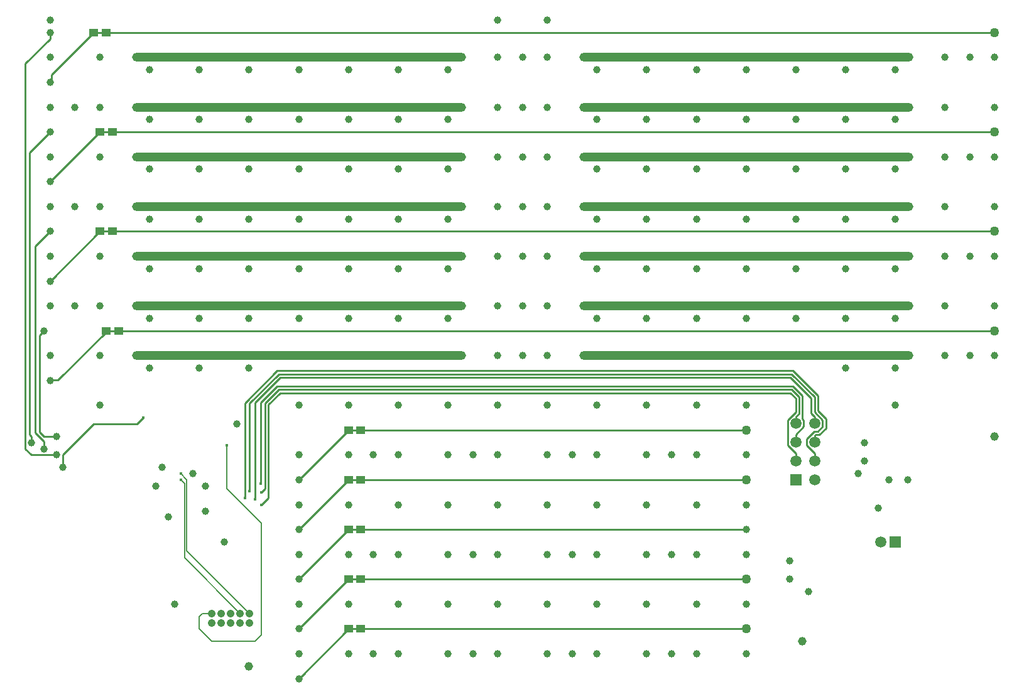
<source format=gbl>
G04*
G04 #@! TF.GenerationSoftware,Altium Limited,Altium Designer,20.1.14 (287)*
G04*
G04 Layer_Physical_Order=4*
G04 Layer_Color=16711680*
%FSLAX25Y25*%
%MOIN*%
G70*
G04*
G04 #@! TF.SameCoordinates,FB09635C-FFB3-414F-8314-2C795C5734A7*
G04*
G04*
G04 #@! TF.FilePolarity,Positive*
G04*
G01*
G75*
%ADD13C,0.01000*%
%ADD16R,0.04528X0.03937*%
%ADD43C,0.00500*%
%ADD46C,0.04134*%
%ADD47R,0.05906X0.05906*%
%ADD48C,0.05906*%
%ADD49O,1.77165X0.04921*%
%ADD50C,0.04535*%
%ADD51R,0.05906X0.05906*%
%ADD52C,0.01772*%
%ADD53C,0.03937*%
%ADD54C,0.05000*%
D13*
X19783Y359400D02*
Y362697D01*
X6594Y346211D02*
X19783Y359400D01*
X11850Y150335D02*
X16486Y145699D01*
Y141781D02*
Y145699D01*
X26378Y138484D02*
X42864Y154971D01*
X26378Y131890D02*
Y138484D01*
X20486Y340319D02*
X42864Y362697D01*
X20486Y337022D02*
Y340319D01*
X19783Y336319D02*
X20486Y337022D01*
X42864Y154971D02*
X65945D01*
X14196Y150667D02*
Y202139D01*
X16486Y148376D02*
X23081D01*
X14196Y150667D02*
X16486Y148376D01*
X11850Y150335D02*
Y249252D01*
X9892Y138484D02*
X23081D01*
X6594Y141781D02*
Y346211D01*
Y141781D02*
X9892Y138484D01*
X9892Y145079D02*
Y148376D01*
X8893Y149374D02*
X9892Y148376D01*
X65945Y154971D02*
X69242Y158268D01*
X125468Y119572D02*
X125573Y119468D01*
X125468Y119572D02*
Y165889D01*
X141036Y181457D01*
X128593Y166468D02*
X141781Y179657D01*
X128593Y115096D02*
Y166468D01*
X131600Y123173D02*
Y166366D01*
X140290Y175057D01*
X133786Y120597D02*
Y166007D01*
X131890Y118701D02*
X133786Y120597D01*
Y166007D02*
X141036Y173257D01*
X135586Y115802D02*
Y165261D01*
X131890Y112106D02*
X135586Y115802D01*
Y165261D02*
X141781Y171457D01*
X123033Y115797D02*
Y166000D01*
X140290Y183257D01*
X427144Y162055D02*
X431397Y157802D01*
Y152788D02*
Y157802D01*
X427852Y149242D02*
X431397Y152788D01*
X425823Y149242D02*
X427852D01*
X425345Y148764D02*
X425823Y149242D01*
X425345Y145295D02*
Y148764D01*
Y161310D02*
X429597Y157057D01*
Y153534D02*
Y157057D01*
X427106Y151042D02*
X429597Y153534D01*
X425077Y151042D02*
X427106D01*
X425345Y135295D02*
Y139281D01*
X421092Y147057D02*
X425077Y151042D01*
X421092Y143534D02*
X425345Y139281D01*
X421092Y143534D02*
Y147057D01*
X423545Y160564D02*
Y168603D01*
X425345Y155295D02*
Y158764D01*
X423545Y160564D02*
X425345Y158764D01*
X418945Y157710D02*
Y170094D01*
Y157710D02*
X419597Y157057D01*
X415344Y149281D02*
X419597Y153534D01*
Y157057D01*
X415344Y145295D02*
Y149281D01*
Y158764D02*
X417144Y160564D01*
X415344Y155295D02*
Y158764D01*
Y161310D02*
Y168603D01*
X411092Y143534D02*
Y157057D01*
X415344Y135295D02*
Y139281D01*
X411092Y143534D02*
X415344Y139281D01*
X411092Y157057D02*
X415344Y161310D01*
X140290Y183257D02*
X413982D01*
X141781Y179657D02*
X412491D01*
X141036Y173257D02*
X413236D01*
X413982Y183257D02*
X427144Y170094D01*
Y162055D02*
Y170094D01*
X141036Y181457D02*
X413236D01*
X425345Y169349D01*
Y161310D02*
Y169349D01*
X412491Y179657D02*
X423545Y168603D01*
X140290Y175057D02*
X413982D01*
X418945Y170094D01*
X413236Y173257D02*
X417144Y169349D01*
Y160564D02*
Y169349D01*
X141781Y171457D02*
X412491D01*
X415344Y168603D01*
X14196Y202139D02*
X16486Y204429D01*
X11850Y249252D02*
X19783Y257185D01*
X8893Y299051D02*
X19783Y309941D01*
X8893Y149374D02*
Y299051D01*
X19945Y178213D02*
X23784D01*
X19783Y178051D02*
X19945Y178213D01*
X23784D02*
X50000Y204429D01*
X178051Y98917D02*
X389075D01*
X151673Y72539D02*
X178051Y98917D01*
Y72539D02*
X389075D01*
X151673Y46161D02*
X178051Y72539D01*
X178051Y46161D02*
X389075D01*
X151673Y19783D02*
X178051Y46161D01*
Y125295D02*
X389075D01*
X151673Y98917D02*
X178051Y125295D01*
X178051Y151673D02*
X389075D01*
X151673Y125295D02*
X178051Y151673D01*
X50000Y204429D02*
X520965D01*
X19783Y230807D02*
X46161Y257185D01*
X520965D01*
X19783Y283563D02*
X46161Y309941D01*
X520965D01*
X42864Y362697D02*
X520965D01*
D16*
X178150Y46161D02*
D03*
X184646D02*
D03*
X178150Y72539D02*
D03*
X184646D02*
D03*
X178150Y98917D02*
D03*
X184646D02*
D03*
X178150Y125295D02*
D03*
X184646D02*
D03*
X178150Y151673D02*
D03*
X184646D02*
D03*
X42963Y362697D02*
D03*
X49459D02*
D03*
X49557Y204429D02*
D03*
X56053D02*
D03*
X46260Y257185D02*
D03*
X52756D02*
D03*
X46260Y309941D02*
D03*
X52756D02*
D03*
D43*
X100620Y54459D02*
X105403D01*
X98917Y52756D02*
X100620Y54459D01*
X98917Y46161D02*
Y52756D01*
Y46161D02*
X105512Y39567D01*
X113427Y120678D02*
X131890Y102215D01*
X113427Y120678D02*
Y143758D01*
X89026Y125295D02*
X91023Y123298D01*
Y83839D02*
Y123298D01*
X92323Y87539D02*
X125403Y54459D01*
X92323Y87539D02*
Y125295D01*
X89026Y128593D02*
X92323Y125295D01*
X131890Y42864D02*
Y102215D01*
X105512Y39567D02*
X128593D01*
X131890Y42864D01*
X91023Y83839D02*
X120404Y54459D01*
D46*
X125403Y49459D02*
D03*
Y54459D02*
D03*
X120404Y49459D02*
D03*
X115403D02*
D03*
X120404Y54459D02*
D03*
X115403D02*
D03*
X110404Y49459D02*
D03*
X105403D02*
D03*
X110404Y54459D02*
D03*
X105403D02*
D03*
D47*
X468209Y92323D02*
D03*
D48*
X460335D02*
D03*
X425345Y155295D02*
D03*
X415344D02*
D03*
X425345Y145295D02*
D03*
X415344D02*
D03*
X425345Y135295D02*
D03*
X415344D02*
D03*
X425345Y125295D02*
D03*
D49*
X151673Y191240D02*
D03*
Y217618D02*
D03*
Y243996D02*
D03*
Y270374D02*
D03*
Y296752D02*
D03*
X389075Y191240D02*
D03*
Y217618D02*
D03*
Y243996D02*
D03*
Y270374D02*
D03*
Y296752D02*
D03*
Y323130D02*
D03*
Y349508D02*
D03*
X151673Y323130D02*
D03*
Y349508D02*
D03*
D50*
X520965Y148376D02*
D03*
X418750Y39567D02*
D03*
X125295Y26378D02*
D03*
D51*
X415344Y125295D02*
D03*
D52*
X131890Y112106D02*
D03*
X113427Y143758D02*
D03*
X89026Y125295D02*
D03*
Y128593D02*
D03*
X69242Y158268D02*
D03*
X131600Y123173D02*
D03*
X123033Y115797D02*
D03*
X128593Y115096D02*
D03*
X125573Y119468D02*
D03*
X131890Y118701D02*
D03*
D53*
X19783Y362697D02*
D03*
X16486Y141781D02*
D03*
X26378Y131890D02*
D03*
X459323Y110352D02*
D03*
X468209Y164862D02*
D03*
X46161D02*
D03*
X349508Y32972D02*
D03*
Y85728D02*
D03*
Y138484D02*
D03*
X296752D02*
D03*
Y85728D02*
D03*
Y32972D02*
D03*
X243996D02*
D03*
Y85728D02*
D03*
Y138484D02*
D03*
X191240D02*
D03*
Y85728D02*
D03*
Y32972D02*
D03*
X118701Y154971D02*
D03*
X112106Y92323D02*
D03*
X79134Y131890D02*
D03*
X507776Y191240D02*
D03*
Y243996D02*
D03*
Y296752D02*
D03*
Y349508D02*
D03*
X441831Y184646D02*
D03*
X468209D02*
D03*
X309941Y211024D02*
D03*
X336319D02*
D03*
X362697D02*
D03*
X389075D02*
D03*
X415453D02*
D03*
X441831D02*
D03*
X468209D02*
D03*
X309941Y237402D02*
D03*
X336319D02*
D03*
X362697D02*
D03*
X389075D02*
D03*
X415453D02*
D03*
X441831D02*
D03*
X468209D02*
D03*
X309941Y263779D02*
D03*
X336319D02*
D03*
X362697D02*
D03*
X389075D02*
D03*
X415453D02*
D03*
X441831D02*
D03*
X468209D02*
D03*
X309941Y290158D02*
D03*
X336319D02*
D03*
X362697D02*
D03*
X389075D02*
D03*
X415453D02*
D03*
X441831D02*
D03*
X468209D02*
D03*
X309941Y316535D02*
D03*
X336319D02*
D03*
X362697D02*
D03*
X389075D02*
D03*
X415453D02*
D03*
X441831D02*
D03*
X468209D02*
D03*
X309941Y342913D02*
D03*
X336319D02*
D03*
X362697D02*
D03*
X389075D02*
D03*
X415453D02*
D03*
X441831D02*
D03*
X468209D02*
D03*
X72539Y184646D02*
D03*
X98917D02*
D03*
X125295D02*
D03*
X72539Y211024D02*
D03*
X98917D02*
D03*
X125295D02*
D03*
X151673D02*
D03*
X178051D02*
D03*
X204429D02*
D03*
X230807D02*
D03*
X72539Y237402D02*
D03*
X98917D02*
D03*
X125295D02*
D03*
X151673D02*
D03*
X178051D02*
D03*
X204429D02*
D03*
X230807D02*
D03*
X72539Y263779D02*
D03*
X98917D02*
D03*
X125295D02*
D03*
X151673D02*
D03*
X178051D02*
D03*
X204429D02*
D03*
X230807D02*
D03*
X72539Y290158D02*
D03*
X98917D02*
D03*
X125295D02*
D03*
X151673D02*
D03*
X178051D02*
D03*
X204429D02*
D03*
X230807D02*
D03*
X72539Y316535D02*
D03*
X98917D02*
D03*
X125295D02*
D03*
X151673D02*
D03*
X178051D02*
D03*
X204429D02*
D03*
X230807D02*
D03*
X412155Y72539D02*
D03*
X32972Y217618D02*
D03*
Y270374D02*
D03*
Y323130D02*
D03*
X257185Y369291D02*
D03*
X270374Y191240D02*
D03*
Y217618D02*
D03*
Y243996D02*
D03*
Y270374D02*
D03*
Y296752D02*
D03*
Y323130D02*
D03*
Y349508D02*
D03*
X230807Y342913D02*
D03*
X204429D02*
D03*
X178051D02*
D03*
X151673D02*
D03*
X125295D02*
D03*
X98917D02*
D03*
X72539D02*
D03*
X448425Y128593D02*
D03*
X451722Y135187D02*
D03*
Y145079D02*
D03*
X474803Y125295D02*
D03*
X257185Y349508D02*
D03*
X19783D02*
D03*
X46161D02*
D03*
Y323130D02*
D03*
X19783D02*
D03*
X46161Y296752D02*
D03*
X19783D02*
D03*
X46161Y270374D02*
D03*
X19783D02*
D03*
X46161Y243996D02*
D03*
X19783D02*
D03*
X9892Y145079D02*
D03*
X23081Y148376D02*
D03*
Y138484D02*
D03*
X102215Y108809D02*
D03*
X75837Y121998D02*
D03*
X95620Y128593D02*
D03*
X16486Y204429D02*
D03*
X19783Y191240D02*
D03*
Y178051D02*
D03*
Y257185D02*
D03*
Y309941D02*
D03*
X82431Y105512D02*
D03*
X102215Y121998D02*
D03*
X85728Y59350D02*
D03*
X151673Y72539D02*
D03*
X389075Y98917D02*
D03*
X422047Y65945D02*
D03*
X412155Y82431D02*
D03*
X464911Y125295D02*
D03*
X151673Y19783D02*
D03*
Y46161D02*
D03*
Y98917D02*
D03*
Y125295D02*
D03*
X19783Y230807D02*
D03*
Y283563D02*
D03*
Y336319D02*
D03*
Y369291D02*
D03*
X283563D02*
D03*
X389075Y32972D02*
D03*
X362697D02*
D03*
X336319D02*
D03*
X309941D02*
D03*
X283563D02*
D03*
X257185D02*
D03*
X230807D02*
D03*
X204429D02*
D03*
X178051D02*
D03*
X151673D02*
D03*
X389075Y59350D02*
D03*
X362697D02*
D03*
X336319D02*
D03*
X309941D02*
D03*
X283563D02*
D03*
X257185D02*
D03*
X230807D02*
D03*
X204429D02*
D03*
X178051D02*
D03*
X151673D02*
D03*
X389075Y85728D02*
D03*
X362697D02*
D03*
X336319D02*
D03*
X309941D02*
D03*
X283563D02*
D03*
X257185D02*
D03*
X230807D02*
D03*
X204429D02*
D03*
X178051D02*
D03*
X151673D02*
D03*
X389075Y112106D02*
D03*
X362697D02*
D03*
X336319D02*
D03*
X309941D02*
D03*
X283563D02*
D03*
X257185D02*
D03*
X230807D02*
D03*
X204429D02*
D03*
X178051D02*
D03*
X151673D02*
D03*
X389075Y138484D02*
D03*
X362697D02*
D03*
X336319D02*
D03*
X309941D02*
D03*
X283563D02*
D03*
X257185D02*
D03*
X230807D02*
D03*
X204429D02*
D03*
X178051D02*
D03*
X151673D02*
D03*
X389075Y164862D02*
D03*
X362697D02*
D03*
X336319D02*
D03*
X309941D02*
D03*
X283563D02*
D03*
X257185D02*
D03*
X230807D02*
D03*
X204429D02*
D03*
X178051D02*
D03*
X151673D02*
D03*
X46161Y191240D02*
D03*
X257185D02*
D03*
X283563D02*
D03*
X494587D02*
D03*
X520965D02*
D03*
X19783Y217618D02*
D03*
X46161D02*
D03*
X257185D02*
D03*
X283563D02*
D03*
X494587D02*
D03*
X520965D02*
D03*
X257185Y243996D02*
D03*
X283563D02*
D03*
X494587D02*
D03*
X520965D02*
D03*
X257185Y270374D02*
D03*
X283563D02*
D03*
X494587D02*
D03*
X520965D02*
D03*
X257185Y296752D02*
D03*
X283563D02*
D03*
X494587D02*
D03*
X520965D02*
D03*
X257185Y323130D02*
D03*
X283563D02*
D03*
X494587D02*
D03*
X520965D02*
D03*
Y349508D02*
D03*
X494587D02*
D03*
X283563D02*
D03*
D54*
X389075Y46161D02*
D03*
Y72539D02*
D03*
Y125295D02*
D03*
Y151673D02*
D03*
X520965Y204429D02*
D03*
Y257185D02*
D03*
Y309941D02*
D03*
Y362697D02*
D03*
M02*

</source>
